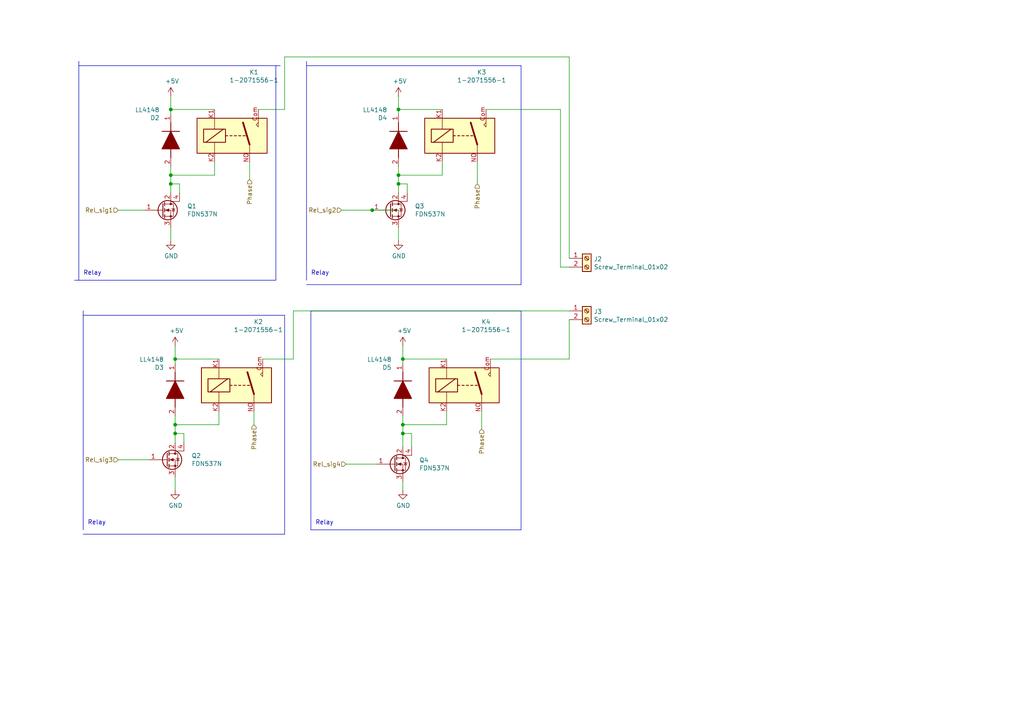
<source format=kicad_sch>
(kicad_sch (version 20231120) (generator "eeschema") (generator_version "8.0")
  (paper "A4")
  (lib_symbols
    (symbol "Connector:Screw_Terminal_01x02" (pin_names (offset 1.016) hide)
      (property "Reference" "J" (at 0 2.54 0))
      (property "Value" "Screw_Terminal_01x02" (at 0 -5.08 0))
      (symbol "Screw_Terminal_01x02_1_1"
        (rectangle (start -1.27 1.27) (end 1.27 -3.81) (stroke (width 0.254)) (fill (type background)))
        (circle (center 0 -2.54) (radius 0.635) (stroke (width 0.1524)))
        (polyline (pts (xy -0.5334 -2.2098) (xy 0.3302 -3.048)) (stroke (width 0.1524)))
        (polyline (pts (xy -0.5334 0.3302) (xy 0.3302 -0.508)) (stroke (width 0.1524)))
        (polyline (pts (xy -0.3556 -2.032) (xy 0.508 -2.8702)) (stroke (width 0.1524)))
        (polyline (pts (xy -0.3556 0.508) (xy 0.508 -0.3302)) (stroke (width 0.1524)))
        (circle (center 0 0) (radius 0.635) (stroke (width 0.1524)))
        (pin passive line (at -5.08 0 0) (length 3.81) (name "Pin_1") (number "1"))
        (pin passive line (at -5.08 -2.54 0) (length 3.81) (name "Pin_2") (number "2"))
      )
    )
    (symbol "Device:Q_NMOS_GDSD" (pin_names (offset 0) hide)
      (property "Reference" "Q" (at 5.08 1.27 0))
      (property "Value" "Q_NMOS_GDSD" (at 5.08 -1.27 0))
      (symbol "Q_NMOS_GDSD_0_1"
        (polyline (pts (xy 0.254 0) (xy -2.54 0)))
        (polyline (pts (xy 0.254 1.905) (xy 0.254 -1.905)) (stroke (width 0.254)))
        (polyline (pts (xy 0.762 -1.27) (xy 0.762 -2.286)) (stroke (width 0.254)))
        (polyline (pts (xy 0.762 0.508) (xy 0.762 -0.508)) (stroke (width 0.254)))
        (polyline (pts (xy 0.762 2.286) (xy 0.762 1.27)) (stroke (width 0.254)))
        (polyline (pts (xy 2.54 -2.54) (xy 2.54 0) (xy 0.762 0)))
        (polyline (pts (xy 5.08 2.54) (xy 2.54 2.54) (xy 2.54 1.778)))
        (polyline (pts (xy 0.762 -1.778) (xy 3.302 -1.778) (xy 3.302 1.778) (xy 0.762 1.778)))
        (polyline (pts (xy 1.016 0) (xy 2.032 0.381) (xy 2.032 -0.381) (xy 1.016 0)) (fill (type outline)))
        (polyline (pts (xy 2.794 0.508) (xy 2.921 0.381) (xy 3.683 0.381) (xy 3.81 0.254)))
        (polyline (pts (xy 3.302 0.381) (xy 2.921 -0.254) (xy 3.683 -0.254) (xy 3.302 0.381)))
        (circle (center 1.651 0) (radius 2.794) (stroke (width 0.254)))
        (circle (center 2.54 -1.778) (radius 0.254) (fill (type outline)))
        (circle (center 2.54 1.778) (radius 0.254) (fill (type outline)))
      )
      (symbol "Q_NMOS_GDSD_1_1"
        (pin input line (at -5.08 0 0) (length 2.54) (name "G") (number "1"))
        (pin passive line (at 2.54 5.08 270) (length 2.54) (name "D") (number "2"))
        (pin passive line (at 2.54 -5.08 90) (length 2.54) (name "S") (number "3"))
        (pin passive line (at 5.08 5.08 270) (length 2.54) (name "D") (number "4"))
      )
    )
    (symbol "Rak_sym_Libr:LL4148" (pin_names hide)
      (property "Reference" "D" (at 11.43 5.08 0))
      (property "Value" "LL4148" (at 4.064 -4.318 0))
      (symbol "LL4148_1_1"
        (polyline (pts (xy 2.54 0) (xy 5.08 0)) (stroke (width 0.254)))
        (polyline (pts (xy 5.08 2.54) (xy 5.08 -2.54)) (stroke (width 0.254)))
        (polyline (pts (xy 10.16 0) (xy 12.7 0)) (stroke (width 0.254)))
        (polyline (pts (xy 5.08 0) (xy 10.16 2.54) (xy 10.16 -2.54) (xy 5.08 0)) (stroke (width 0.254)) (fill (type outline)))
        (pin passive line (at 0 0 0) (length 2.54) (name "K") (number "1"))
        (pin passive line (at 15.24 0 180) (length 2.54) (name "A") (number "2"))
      )
    )
    (symbol "Rak_sym_Libr:Relay_SPST-NO"
      (property "Reference" "K" (at 11.43 3.81 0))
      (property "Value" "Relay_SPST-NO" (at 11.43 1.27 0))
      (symbol "Relay_SPST-NO_0_0"
        (polyline (pts (xy 7.62 5.08) (xy 7.62 2.54) (xy 6.985 3.175) (xy 7.62 3.81)))
      )
      (symbol "Relay_SPST-NO_0_1"
        (rectangle (start -10.16 5.08) (end 10.16 -5.08) (stroke (width 0.254)) (fill (type background)))
        (rectangle (start -8.255 1.905) (end -1.905 -1.905) (stroke (width 0.254)))
        (polyline (pts (xy -7.62 -1.905) (xy -2.54 1.905)) (stroke (width 0.254)))
        (polyline (pts (xy -5.08 -5.08) (xy -5.08 -1.905)))
        (polyline (pts (xy -5.08 5.08) (xy -5.08 1.905)))
        (polyline (pts (xy -1.905 0) (xy -1.27 0)) (stroke (width 0.254)))
        (polyline (pts (xy -0.635 0) (xy 0 0)) (stroke (width 0.254)))
        (polyline (pts (xy 0.635 0) (xy 1.27 0)) (stroke (width 0.254)))
        (polyline (pts (xy 1.905 0) (xy 2.54 0)) (stroke (width 0.254)))
        (polyline (pts (xy 3.175 0) (xy 3.81 0)) (stroke (width 0.254)))
        (polyline (pts (xy 5.08 -2.54) (xy 3.175 3.81)) (stroke (width 0.508)))
        (polyline (pts (xy 5.08 -2.54) (xy 5.08 -5.08)))
      )
      (symbol "Relay_SPST-NO_1_1"
        (pin passive line (at 7.62 7.62 270) (length 2.54) (name "~") (number "Com"))
        (pin passive line (at -5.08 7.62 270) (length 2.54) (name "~") (number "K1"))
        (pin passive line (at -5.08 -7.62 90) (length 2.54) (name "~") (number "K2"))
        (pin passive line (at 5.08 -7.62 90) (length 2.54) (name "~") (number "NO"))
      )
    )
    (symbol "power:+5V" (power) (pin_numbers hide) (pin_names (offset 0) hide)
      (property "Value" "+5V" (at 0 3.556 0))
      (symbol "+5V_0_1"
        (polyline (pts (xy -0.762 1.27) (xy 0 2.54)))
        (polyline (pts (xy 0 0) (xy 0 2.54)))
        (polyline (pts (xy 0 2.54) (xy 0.762 1.27)))
      )
      (symbol "+5V_1_1"
        (pin power_in line (at 0 0 90) (length 0) (name "~") (number "1"))
      )
    )
    (symbol "power:GND" (power) (pin_numbers hide) (pin_names (offset 0) hide)
      (property "Value" "GND" (at 0 -3.81 0))
      (symbol "GND_0_1"
        (polyline (pts (xy 0 0) (xy 0 -1.27) (xy 1.27 -1.27) (xy 0 -2.54) (xy -1.27 -1.27) (xy 0 -1.27)))
      )
      (symbol "GND_1_1"
        (pin power_in line (at 0 0 270) (length 0) (name "~") (number "1"))
      )
    )
  )
  (junction (at 49.53 50.8))
  (junction (at 116.84 125.73))
  (junction (at 50.8 123.19))
  (junction (at 116.84 104.14))
  (junction (at 116.84 123.19))
  (junction (at 50.8 104.14))
  (junction (at 115.57 31.75))
  (junction (at 49.53 53.34))
  (junction (at 50.8 125.73))
  (junction (at 115.57 53.34))
  (junction (at 107.95 60.96))
  (junction (at 115.57 50.8))
  (junction (at 49.53 31.75))
  (wire (pts (xy 100.33 134.62) (xy 109.22 134.62)))
  (wire (pts (xy 73.66 119.38) (xy 73.66 123.19)))
  (wire (pts (xy 165.1 90.17) (xy 85.09 90.17)))
  (wire (pts (xy 82.55 16.51) (xy 82.55 31.75)))
  (wire (pts (xy 53.34 125.73) (xy 50.8 125.73)))
  (wire (pts (xy 115.57 31.75) (xy 115.57 33.02)))
  (wire (pts (xy 128.27 50.8) (xy 128.27 46.99)))
  (wire (pts (xy 116.84 100.33) (xy 116.84 104.14)))
  (wire (pts (xy 139.7 119.38) (xy 139.7 124.46)))
  (wire (pts (xy 116.84 142.24) (xy 116.84 139.7)))
  (wire (pts (xy 34.29 60.96) (xy 41.91 60.96)))
  (wire (pts (xy 49.53 31.75) (xy 49.53 33.02)))
  (wire (pts (xy 49.53 69.85) (xy 49.53 66.04)))
  (wire (pts (xy 116.84 123.19) (xy 129.54 123.19)))
  (wire (pts (xy 34.29 133.35) (xy 43.18 133.35)))
  (polyline (pts (xy 151.13 153.67) (xy 90.17 153.67)))
  (wire (pts (xy 119.38 129.54) (xy 119.38 125.73)))
  (wire (pts (xy 115.57 55.88) (xy 115.57 53.34)))
  (polyline (pts (xy 88.9 19.05) (xy 151.13 19.05)))
  (polyline (pts (xy 90.17 90.17) (xy 151.13 90.17)))
  (wire (pts (xy 116.84 125.73) (xy 116.84 123.19)))
  (wire (pts (xy 138.43 46.99) (xy 138.43 53.34)))
  (wire (pts (xy 162.56 31.75) (xy 140.97 31.75)))
  (wire (pts (xy 50.8 104.14) (xy 63.5 104.14)))
  (wire (pts (xy 118.11 53.34) (xy 115.57 53.34)))
  (wire (pts (xy 49.53 50.8) (xy 49.53 48.26)))
  (wire (pts (xy 165.1 104.14) (xy 165.1 92.71)))
  (wire (pts (xy 116.84 104.14) (xy 129.54 104.14)))
  (wire (pts (xy 50.8 125.73) (xy 50.8 123.19)))
  (wire (pts (xy 118.11 55.88) (xy 118.11 53.34)))
  (wire (pts (xy 53.34 128.27) (xy 53.34 125.73)))
  (wire (pts (xy 115.57 53.34) (xy 115.57 50.8)))
  (wire (pts (xy 115.57 60.96) (xy 107.95 60.96)))
  (wire (pts (xy 49.53 55.88) (xy 49.53 53.34)))
  (wire (pts (xy 52.07 53.34) (xy 49.53 53.34)))
  (wire (pts (xy 50.8 100.33) (xy 50.8 104.14)))
  (wire (pts (xy 115.57 50.8) (xy 115.57 48.26)))
  (wire (pts (xy 49.53 27.94) (xy 49.53 31.75)))
  (polyline (pts (xy 22.86 19.05) (xy 81.28 19.05)))
  (wire (pts (xy 63.5 123.19) (xy 63.5 119.38)))
  (wire (pts (xy 129.54 123.19) (xy 129.54 119.38)))
  (wire (pts (xy 82.55 31.75) (xy 74.93 31.75)))
  (wire (pts (xy 50.8 123.19) (xy 50.8 120.65)))
  (polyline (pts (xy 82.55 91.44) (xy 82.55 154.94)))
  (polyline (pts (xy 82.55 154.94) (xy 24.13 154.94)))
  (wire (pts (xy 162.56 77.47) (xy 162.56 31.75)))
  (wire (pts (xy 85.09 104.14) (xy 76.2 104.14)))
  (wire (pts (xy 116.84 104.14) (xy 116.84 105.41)))
  (wire (pts (xy 85.09 90.17) (xy 85.09 104.14)))
  (wire (pts (xy 142.24 104.14) (xy 165.1 104.14)))
  (wire (pts (xy 50.8 104.14) (xy 50.8 105.41)))
  (polyline (pts (xy 24.13 91.44) (xy 82.55 91.44)))
  (wire (pts (xy 119.38 125.73) (xy 116.84 125.73)))
  (wire (pts (xy 52.07 55.88) (xy 52.07 53.34)))
  (wire (pts (xy 116.84 123.19) (xy 116.84 120.65)))
  (wire (pts (xy 165.1 74.93) (xy 165.1 16.51)))
  (wire (pts (xy 50.8 123.19) (xy 63.5 123.19)))
  (wire (pts (xy 99.06 60.96) (xy 107.95 60.96)))
  (polyline (pts (xy 151.13 82.55) (xy 88.9 82.55)))
  (wire (pts (xy 50.8 142.24) (xy 50.8 138.43)))
  (polyline (pts (xy 80.01 19.05) (xy 80.01 81.28)))
  (wire (pts (xy 165.1 16.51) (xy 82.55 16.51)))
  (polyline (pts (xy 88.9 81.28) (xy 88.9 17.78)))
  (wire (pts (xy 62.23 50.8) (xy 62.23 46.99)))
  (wire (pts (xy 50.8 128.27) (xy 50.8 125.73)))
  (wire (pts (xy 115.57 69.85) (xy 115.57 66.04)))
  (wire (pts (xy 115.57 50.8) (xy 128.27 50.8)))
  (polyline (pts (xy 22.86 81.28) (xy 22.86 17.78)))
  (wire (pts (xy 115.57 31.75) (xy 128.27 31.75)))
  (polyline (pts (xy 151.13 19.05) (xy 151.13 82.55)))
  (wire (pts (xy 165.1 77.47) (xy 162.56 77.47)))
  (wire (pts (xy 116.84 129.54) (xy 116.84 125.73)))
  (polyline (pts (xy 90.17 153.67) (xy 90.17 90.17)))
  (wire (pts (xy 49.53 53.34) (xy 49.53 50.8)))
  (polyline (pts (xy 80.01 81.28) (xy 21.59 81.28)))
  (wire (pts (xy 72.39 46.99) (xy 72.39 52.07)))
  (wire (pts (xy 49.53 50.8) (xy 62.23 50.8)))
  (polyline (pts (xy 24.13 153.67) (xy 24.13 90.17)))
  (polyline (pts (xy 151.13 90.17) (xy 151.13 153.67)))
  (wire (pts (xy 49.53 31.75) (xy 62.23 31.75)))
  (wire (pts (xy 115.57 27.94) (xy 115.57 31.75)))
  (text "Relay" (at 90.17 80.01 0) (effects (font (size 1.27 1.27)) (justify left bottom)))
  (text "Relay" (at 91.44 152.4 0) (effects (font (size 1.27 1.27)) (justify left bottom)))
  (text "Relay" (at 24.13 80.01 0) (effects (font (size 1.27 1.27)) (justify left bottom)))
  (text "Relay" (at 25.4 152.4 0) (effects (font (size 1.27 1.27)) (justify left bottom)))
  (hierarchical_label "Rel_sig3" (shape input) (at 34.29 133.35 180))
  (hierarchical_label "Phase" (shape input) (at 72.39 52.07 270))
  (hierarchical_label "Phase" (shape input) (at 139.7 124.46 270))
  (hierarchical_label "Rel_sig2" (shape input) (at 99.06 60.96 180))
  (hierarchical_label "Phase" (shape input) (at 73.66 123.19 270))
  (hierarchical_label "Phase" (shape input) (at 138.43 53.34 270))
  (hierarchical_label "Rel_sig1" (shape input) (at 34.29 60.96 180))
  (hierarchical_label "Rel_sig4" (shape input) (at 100.33 134.62 180))
  (symbol (lib_id "Connector:Screw_Terminal_01x02") (at 170.18 90.17 0) (unit 1)
    (property "Reference" "J3" (at 172.212 90.3732 0) (effects (justify left)))
    (property "Value" "Screw_Terminal_01x02" (at 172.212 92.6846 0) (effects (justify left)))
    (property "Footprint" "Rak_FP_Library:2_terminal_block" (effects (hide yes)))
    (property "Description" "Generic screw terminal, single row, 01x02, script generated (kicad-library-utils/schlib/autogen/connector/)" (effects (hide yes)))
  )
  (symbol (lib_id "power:GND") (at 49.53 69.85 0) (unit 1)
    (property "Reference" "#PWR09" (effects (hide yes)))
    (property "Value" "GND" (at 49.657 74.2442 0))
    (property "Description" "Power symbol creates a global label with name \"GND\" , ground" (effects (hide yes)))
  )
  (symbol (lib_id "Rak_sym_Libr:LL4148") (at 50.8 105.41 270) (unit 1)
    (property "Reference" "D3" (at 47.5488 106.5784 90) (effects (justify right)))
    (property "Value" "LL4148" (at 47.5488 104.267 90) (effects (justify right)))
    (property "Footprint" "Rak_FP_Library:LL4148" (effects (hide yes)))
    (property "Datasheet" "https://www.onsemi.com/pub/Collateral/LL4148-D.pdf" (effects (hide yes)))
    (property "Description" "Diode Ultra Fast 100V 0.2A 2SOD-80" (effects (hide yes)))
    (property "Height" "1" (effects (hide yes)))
    (property "Manufacturer_Name" "onsemi" (effects (hide yes)))
    (property "Manufacturer_Part_Number" "LL4148" (effects (hide yes)))
  )
  (symbol (lib_id "Connector:Screw_Terminal_01x02") (at 170.18 74.93 0) (unit 1)
    (property "Reference" "J2" (at 172.212 75.1332 0) (effects (justify left)))
    (property "Value" "Screw_Terminal_01x02" (at 172.212 77.4446 0) (effects (justify left)))
    (property "Footprint" "Rak_FP_Library:2_terminal_block" (effects (hide yes)))
    (property "Description" "Generic screw terminal, single row, 01x02, script generated (kicad-library-utils/schlib/autogen/connector/)" (effects (hide yes)))
  )
  (symbol (lib_id "Rak_sym_Libr:Relay_SPST-NO") (at 134.62 111.76 0) (unit 1)
    (property "Reference" "K4" (at 140.97 93.345 0))
    (property "Value" "1-2071556-1" (at 140.97 95.6564 0))
    (property "Footprint" "Rak_FP_Library:Relay_SPST_Fanahar_5A" (effects (hide yes)))
    (property "Datasheet" "https://www.fanhar-relay.com/wp-content/uploads/2019/03/W19.doc.pdf" (effects (hide yes)))
    (property "Description" "Relay SPST, normally open, EN50005" (effects (hide yes)))
  )
  (symbol (lib_id "power:+5V") (at 115.57 27.94 0) (unit 1)
    (property "Reference" "#PWR012" (effects (hide yes)))
    (property "Value" "+5V" (at 115.951 23.5458 0))
    (property "Description" "Power symbol creates a global label with name \"+5V\"" (effects (hide yes)))
  )
  (symbol (lib_id "power:+5V") (at 50.8 100.33 0) (unit 1)
    (property "Reference" "#PWR010" (effects (hide yes)))
    (property "Value" "+5V" (at 51.181 95.9358 0))
    (property "Description" "Power symbol creates a global label with name \"+5V\"" (effects (hide yes)))
  )
  (symbol (lib_id "Device:Q_NMOS_GDSD") (at 46.99 60.96 0) (unit 1)
    (property "Reference" "Q1" (at 54.2798 59.7916 0) (effects (justify left)))
    (property "Value" "FDN537N" (at 54.2798 62.103 0) (effects (justify left)))
    (property "Footprint" "Package_TO_SOT_SMD:SuperSOT-3" (effects (hide yes)))
    (property "Description" "N-MOSFET transistor, gate/drain/source, drain connected to mounting plane" (effects (hide yes)))
  )
  (symbol (lib_id "power:+5V") (at 49.53 27.94 0) (unit 1)
    (property "Reference" "#PWR08" (effects (hide yes)))
    (property "Value" "+5V" (at 49.911 23.5458 0))
    (property "Description" "Power symbol creates a global label with name \"+5V\"" (effects (hide yes)))
  )
  (symbol (lib_id "power:GND") (at 115.57 69.85 0) (unit 1)
    (property "Reference" "#PWR013" (effects (hide yes)))
    (property "Value" "GND" (at 115.697 74.2442 0))
    (property "Description" "Power symbol creates a global label with name \"GND\" , ground" (effects (hide yes)))
  )
  (symbol (lib_id "Rak_sym_Libr:LL4148") (at 115.57 33.02 270) (unit 1)
    (property "Reference" "D4" (at 112.3188 34.1884 90) (effects (justify right)))
    (property "Value" "LL4148" (at 112.3188 31.877 90) (effects (justify right)))
    (property "Footprint" "Rak_FP_Library:LL4148" (effects (hide yes)))
    (property "Datasheet" "https://www.onsemi.com/pub/Collateral/LL4148-D.pdf" (effects (hide yes)))
    (property "Description" "Diode Ultra Fast 100V 0.2A 2SOD-80" (effects (hide yes)))
    (property "Height" "1" (effects (hide yes)))
    (property "Manufacturer_Name" "onsemi" (effects (hide yes)))
    (property "Manufacturer_Part_Number" "LL4148" (effects (hide yes)))
  )
  (symbol (lib_id "power:+5V") (at 116.84 100.33 0) (unit 1)
    (property "Reference" "#PWR014" (effects (hide yes)))
    (property "Value" "+5V" (at 117.221 95.9358 0))
    (property "Description" "Power symbol creates a global label with name \"+5V\"" (effects (hide yes)))
  )
  (symbol (lib_id "Device:Q_NMOS_GDSD") (at 114.3 134.62 0) (unit 1)
    (property "Reference" "Q4" (at 121.5898 133.4516 0) (effects (justify left)))
    (property "Value" "FDN537N" (at 121.5898 135.763 0) (effects (justify left)))
    (property "Footprint" "Package_TO_SOT_SMD:SuperSOT-3" (effects (hide yes)))
    (property "Description" "N-MOSFET transistor, gate/drain/source, drain connected to mounting plane" (effects (hide yes)))
  )
  (symbol (lib_id "Rak_sym_Libr:Relay_SPST-NO") (at 133.35 39.37 0) (unit 1)
    (property "Reference" "K3" (at 139.7 20.955 0))
    (property "Value" "1-2071556-1" (at 139.7 23.2664 0))
    (property "Footprint" "Rak_FP_Library:Relay_SPST_Fanahar_5A" (effects (hide yes)))
    (property "Datasheet" "https://www.fanhar-relay.com/wp-content/uploads/2019/03/W19.doc.pdf" (effects (hide yes)))
    (property "Description" "Relay SPST, normally open, EN50005" (effects (hide yes)))
  )
  (symbol (lib_id "Device:Q_NMOS_GDSD") (at 113.03 60.96 0) (unit 1)
    (property "Reference" "Q3" (at 120.3198 59.7916 0) (effects (justify left)))
    (property "Value" "FDN537N" (at 120.3198 62.103 0) (effects (justify left)))
    (property "Footprint" "Package_TO_SOT_SMD:SuperSOT-3" (effects (hide yes)))
    (property "Description" "N-MOSFET transistor, gate/drain/source, drain connected to mounting plane" (effects (hide yes)))
  )
  (symbol (lib_id "power:GND") (at 116.84 142.24 0) (unit 1)
    (property "Reference" "#PWR015" (effects (hide yes)))
    (property "Value" "GND" (at 116.967 146.6342 0))
    (property "Description" "Power symbol creates a global label with name \"GND\" , ground" (effects (hide yes)))
  )
  (symbol (lib_id "Rak_sym_Libr:Relay_SPST-NO") (at 67.31 39.37 0) (unit 1)
    (property "Reference" "K1" (at 73.66 20.955 0))
    (property "Value" "1-2071556-1" (at 73.66 23.2664 0))
    (property "Footprint" "Rak_FP_Library:Relay_SPST_Fanahar_5A" (effects (hide yes)))
    (property "Datasheet" "https://www.fanhar-relay.com/wp-content/uploads/2019/03/W19.doc.pdf" (effects (hide yes)))
    (property "Description" "Relay SPST, normally open, EN50005" (effects (hide yes)))
  )
  (symbol (lib_id "power:GND") (at 50.8 142.24 0) (unit 1)
    (property "Reference" "#PWR011" (effects (hide yes)))
    (property "Value" "GND" (at 50.927 146.6342 0))
    (property "Description" "Power symbol creates a global label with name \"GND\" , ground" (effects (hide yes)))
  )
  (symbol (lib_id "Device:Q_NMOS_GDSD") (at 48.26 133.35 0) (unit 1)
    (property "Reference" "Q2" (at 55.5498 132.1816 0) (effects (justify left)))
    (property "Value" "FDN537N" (at 55.5498 134.493 0) (effects (justify left)))
    (property "Footprint" "Package_TO_SOT_SMD:SuperSOT-3" (effects (hide yes)))
    (property "Description" "N-MOSFET transistor, gate/drain/source, drain connected to mounting plane" (effects (hide yes)))
  )
  (symbol (lib_id "Rak_sym_Libr:LL4148") (at 49.53 33.02 270) (unit 1)
    (property "Reference" "D2" (at 46.2788 34.1884 90) (effects (justify right)))
    (property "Value" "LL4148" (at 46.2788 31.877 90) (effects (justify right)))
    (property "Footprint" "Rak_FP_Library:LL4148" (effects (hide yes)))
    (property "Datasheet" "https://www.onsemi.com/pub/Collateral/LL4148-D.pdf" (effects (hide yes)))
    (property "Description" "Diode Ultra Fast 100V 0.2A 2SOD-80" (effects (hide yes)))
    (property "Height" "1" (effects (hide yes)))
    (property "Manufacturer_Name" "onsemi" (effects (hide yes)))
    (property "Manufacturer_Part_Number" "LL4148" (effects (hide yes)))
  )
  (symbol (lib_id "Rak_sym_Libr:LL4148") (at 116.84 105.41 270) (unit 1)
    (property "Reference" "D5" (at 113.5888 106.5784 90) (effects (justify right)))
    (property "Value" "LL4148" (at 113.5888 104.267 90) (effects (justify right)))
    (property "Footprint" "Rak_FP_Library:LL4148" (effects (hide yes)))
    (property "Datasheet" "https://www.onsemi.com/pub/Collateral/LL4148-D.pdf" (effects (hide yes)))
    (property "Description" "Diode Ultra Fast 100V 0.2A 2SOD-80" (effects (hide yes)))
    (property "Height" "1" (effects (hide yes)))
    (property "Manufacturer_Name" "onsemi" (effects (hide yes)))
    (property "Manufacturer_Part_Number" "LL4148" (effects (hide yes)))
  )
  (symbol (lib_id "Rak_sym_Libr:Relay_SPST-NO") (at 68.58 111.76 0) (unit 1)
    (property "Reference" "K2" (at 74.93 93.345 0))
    (property "Value" "1-2071556-1" (at 74.93 95.6564 0))
    (property "Footprint" "Rak_FP_Library:Relay_SPST_Fanahar_5A" (effects (hide yes)))
    (property "Datasheet" "https://www.fanhar-relay.com/wp-content/uploads/2019/03/W19.doc.pdf" (effects (hide yes)))
    (property "Description" "Relay SPST, normally open, EN50005" (effects (hide yes)))
  )
)
</source>
